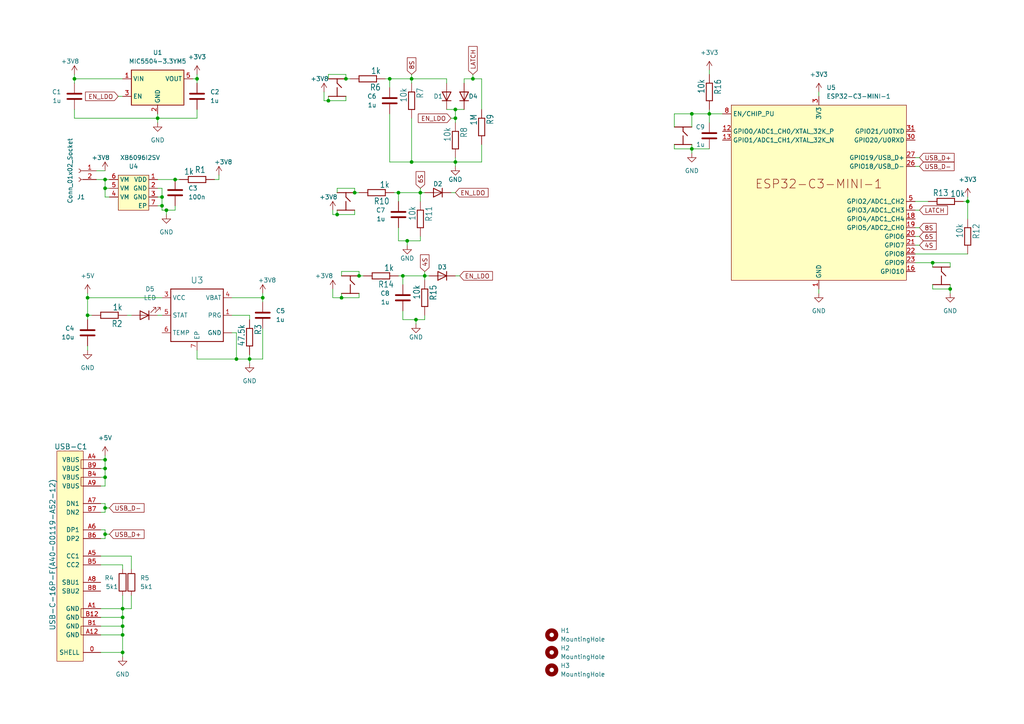
<source format=kicad_sch>
(kicad_sch (version 20230121) (generator eeschema)
  (paper "A4")
  (title_block (title "Rapid Remote") (date "2023-07-04") (rev "C") (company "Thomas Whyte-Venables") (comment 1 "Rev. C: Changed components to 0603 and added LIPO") (comment 2 "Rev. B: Changed to SOC") (comment 3 "Rev. A: Initial Commit"))
  (lib_symbols
    (symbol "+5V_2" (power) (pin_names (offset 0))
      (property "Value" "+5V_2" (at 0 3.556 0))
      (symbol "+5V_2_0_1"
        (polyline (pts (xy -0.762 1.27) (xy 0 2.54)))
        (polyline (pts (xy 0 0) (xy 0 2.54)))
        (polyline (pts (xy 0 2.54) (xy 0.762 1.27)))
      )
      (symbol "+5V_2_1_1"
        (pin power_in line (at 0 0 90) (length 0) hide (name "+5V") (number "1"))
      )
    )
    (symbol "BUTTON_4PIN_TS_1177_1"
      (symbol "BUTTON_4PIN_TS_1177_1_1_0"
        (polyline (pts (xy -2.54 0) (xy 0 0)) (stroke (width 0.254)))
        (polyline (pts (xy -2.54 5.08) (xy 0 5.08)) (stroke (width 0.254)))
        (polyline (pts (xy 0 0) (xy 2.54 0)) (stroke (width 0.254)))
        (polyline (pts (xy 0 2.54) (xy 0 0)) (stroke (width 0.254)))
        (polyline (pts (xy 0 3.81) (xy 1.27 2.54)) (stroke (width 0.254)))
        (polyline (pts (xy 0 5.08) (xy 0 3.81)) (stroke (width 0.254)))
        (polyline (pts (xy 0 5.08) (xy 2.54 5.08)) (stroke (width 0.254)))
        (pin bidirectional line (at -2.54 5.08 0) (length 0) (name "1") (number "P1"))
        (pin bidirectional line (at 2.54 5.08 0) (length 0) (name "2") (number "P2"))
        (pin bidirectional line (at -2.54 0 0) (length 0) (name "3") (number "P3"))
        (pin bidirectional line (at 2.54 0 0) (length 0) (name "4") (number "P4"))
      )
    )
    (symbol "BUTTON_4PIN_TS_1177_2"
      (symbol "BUTTON_4PIN_TS_1177_2_1_0"
        (polyline (pts (xy -2.54 0) (xy 0 0)) (stroke (width 0.254)))
        (polyline (pts (xy -2.54 5.08) (xy 0 5.08)) (stroke (width 0.254)))
        (polyline (pts (xy 0 0) (xy 2.54 0)) (stroke (width 0.254)))
        (polyline (pts (xy 0 2.54) (xy 0 0)) (stroke (width 0.254)))
        (polyline (pts (xy 0 3.81) (xy 1.27 2.54)) (stroke (width 0.254)))
        (polyline (pts (xy 0 5.08) (xy 0 3.81)) (stroke (width 0.254)))
        (polyline (pts (xy 0 5.08) (xy 2.54 5.08)) (stroke (width 0.254)))
        (pin bidirectional line (at -2.54 5.08 0) (length 0) (name "1") (number "P1"))
        (pin bidirectional line (at 2.54 5.08 0) (length 0) (name "2") (number "P2"))
        (pin bidirectional line (at -2.54 0 0) (length 0) (name "3") (number "P3"))
        (pin bidirectional line (at 2.54 0 0) (length 0) (name "4") (number "P4"))
      )
    )
    (symbol "Connector:Conn_01x02_Socket" (pin_names (offset 1.016) hide)
      (property "Reference" "J" (at 0 2.54 0))
      (property "Value" "Conn_01x02_Socket" (at 0 -5.08 0))
      (symbol "Conn_01x02_Socket_1_1"
        (arc (start 0 -2.032) (mid -0.5058 -2.54) (end 0 -3.048) (stroke (width 0.1524)))
        (polyline (pts (xy -1.27 -2.54) (xy -0.508 -2.54)) (stroke (width 0.1524)))
        (polyline (pts (xy -1.27 0) (xy -0.508 0)) (stroke (width 0.1524)))
        (arc (start 0 0.508) (mid -0.5058 0) (end 0 -0.508) (stroke (width 0.1524)))
        (pin passive line (at -5.08 0 0) (length 3.81) (name "Pin_1") (number "1"))
        (pin passive line (at -5.08 -2.54 0) (length 3.81) (name "Pin_2") (number "2"))
      )
    )
    (symbol "Device:C" (pin_numbers hide) (pin_names (offset 0.254))
      (property "Reference" "C" (at 0.635 2.54 0))
      (property "Value" "C" (at 0.635 -2.54 0))
      (symbol "C_0_1"
        (polyline (pts (xy -2.032 -0.762) (xy 2.032 -0.762)) (stroke (width 0.508)))
        (polyline (pts (xy -2.032 0.762) (xy 2.032 0.762)) (stroke (width 0.508)))
      )
      (symbol "C_1_1"
        (pin passive line (at 0 3.81 270) (length 2.794) (name "~") (number "1"))
        (pin passive line (at 0 -3.81 90) (length 2.794) (name "~") (number "2"))
      )
    )
    (symbol "Device:LED" (pin_numbers hide) (pin_names (offset 1.016) hide)
      (property "Reference" "D" (at 0 2.54 0))
      (property "Value" "LED" (at 0 -2.54 0))
      (symbol "LED_0_1"
        (polyline (pts (xy -1.27 -1.27) (xy -1.27 1.27)) (stroke (width 0.254)))
        (polyline (pts (xy -1.27 0) (xy 1.27 0)))
        (polyline (pts (xy 1.27 -1.27) (xy 1.27 1.27) (xy -1.27 0) (xy 1.27 -1.27)) (stroke (width 0.254)))
        (polyline (pts (xy -3.048 -0.762) (xy -4.572 -2.286) (xy -3.81 -2.286) (xy -4.572 -2.286) (xy -4.572 -1.524)))
        (polyline (pts (xy -1.778 -0.762) (xy -3.302 -2.286) (xy -2.54 -2.286) (xy -3.302 -2.286) (xy -3.302 -1.524)))
      )
      (symbol "LED_1_1"
        (pin passive line (at -3.81 0 0) (length 2.54) (name "K") (number "1"))
        (pin passive line (at 3.81 0 180) (length 2.54) (name "A") (number "2"))
      )
    )
    (symbol "Device:R" (pin_numbers hide) (pin_names (offset 0))
      (property "Reference" "R" (at 2.032 0 90))
      (property "Value" "R" (at 0 0 90))
      (symbol "R_0_1"
        (rectangle (start -1.016 -2.54) (end 1.016 2.54) (stroke (width 0.254)))
      )
      (symbol "R_1_1"
        (pin passive line (at 0 3.81 270) (length 1.27) (name "~") (number "1"))
        (pin passive line (at 0 -3.81 90) (length 1.27) (name "~") (number "2"))
      )
    )
    (symbol "Diode:1N4148WT" (pin_numbers hide) (pin_names hide)
      (property "Reference" "D" (at 0 2.54 0))
      (property "Value" "1N4148WT" (at 0 -2.54 0))
      (symbol "1N4148WT_0_1"
        (polyline (pts (xy -1.27 1.27) (xy -1.27 -1.27)) (stroke (width 0.254)))
        (polyline (pts (xy 1.27 0) (xy -1.27 0)))
        (polyline (pts (xy 1.27 1.27) (xy 1.27 -1.27) (xy -1.27 0) (xy 1.27 1.27)) (stroke (width 0.254)))
      )
      (symbol "1N4148WT_1_1"
        (pin passive line (at -3.81 0 0) (length 2.54) (name "K") (number "1"))
        (pin passive line (at 3.81 0 180) (length 2.54) (name "A") (number "2"))
      )
    )
    (symbol "GND_2" (power) (pin_names (offset 0))
      (property "Value" "GND_2" (at 0 -3.81 0))
      (symbol "GND_2_0_1"
        (polyline (pts (xy 0 0) (xy 0 -1.27) (xy 1.27 -1.27) (xy 0 -2.54) (xy -1.27 -1.27) (xy 0 -1.27)))
      )
      (symbol "GND_2_1_1"
        (pin power_in line (at 0 0 270) (length 0) hide (name "GND") (number "1"))
      )
    )
    (symbol "GND_3" (power) (pin_names (offset 0))
      (property "Value" "GND_3" (at 0 -3.81 0))
      (symbol "GND_3_0_1"
        (polyline (pts (xy 0 0) (xy 0 -1.27) (xy 1.27 -1.27) (xy 0 -2.54) (xy -1.27 -1.27) (xy 0 -1.27)))
      )
      (symbol "GND_3_1_1"
        (pin power_in line (at 0 0 270) (length 0) hide (name "GND") (number "1"))
      )
    )
    (symbol "Mechanical:MountingHole" (pin_names (offset 1.016))
      (property "Reference" "H" (at 0 5.08 0))
      (property "Value" "MountingHole" (at 0 3.175 0))
      (symbol "MountingHole_0_1"
        (circle (center 0 0) (radius 1.27) (stroke (width 1.27)))
      )
    )
    (symbol "PCM_Espressif:ESP32-C3-MINI-1"
      (property "Reference" "U" (at -25.4 30.48 0))
      (property "Value" "ESP32-C3-MINI-1" (at -25.4 27.94 0))
      (symbol "ESP32-C3-MINI-1_0_0"
        (text "ESP32-C3-MINI-1" (at 0 2.54 0) (effects (font (size 2.54 2.54))))
      )
      (symbol "ESP32-C3-MINI-1_0_1"
        (rectangle (start -25.4 25.4) (end 25.4 -25.4) (fill (type background)))
      )
      (symbol "ESP32-C3-MINI-1_1_1"
        (pin power_in line (at 0 -27.94 90) (length 2.54) (name "GND") (number "1"))
        (pin no_connect line (at -25.4 2.54 0) (length 2.54) hide (name "NC") (number "10"))
        (pin passive line (at 0 -27.94 90) (length 2.54) hide (name "GND") (number "11"))
        (pin bidirectional line (at -27.94 17.78 0) (length 2.54) (name "GPIO0/ADC1_CH0/XTAL_32K_P") (number "12"))
        (pin bidirectional line (at -27.94 15.24 0) (length 2.54) (name "GPIO1/ADC1_CH1/XTAL_32K_N") (number "13"))
        (pin passive line (at 0 -27.94 90) (length 2.54) hide (name "GND") (number "14"))
        (pin no_connect line (at -25.4 0 0) (length 2.54) hide (name "NC") (number "15"))
        (pin bidirectional line (at 27.94 -22.86 180) (length 2.54) (name "GPIO10") (number "16"))
        (pin no_connect line (at -25.4 -2.54 0) (length 2.54) hide (name "NC") (number "17"))
        (pin bidirectional line (at 27.94 -7.62 180) (length 2.54) (name "GPIO4/ADC1_CH4") (number "18"))
        (pin bidirectional line (at 27.94 -10.16 180) (length 2.54) (name "GPIO5/ADC2_CH0") (number "19"))
        (pin passive line (at 0 -27.94 90) (length 2.54) hide (name "GND") (number "2"))
        (pin bidirectional line (at 27.94 -12.7 180) (length 2.54) (name "GPIO6") (number "20"))
        (pin bidirectional line (at 27.94 -15.24 180) (length 2.54) (name "GPIO7") (number "21"))
        (pin bidirectional line (at 27.94 -17.78 180) (length 2.54) (name "GPIO8") (number "22"))
        (pin bidirectional line (at 27.94 -20.32 180) (length 2.54) (name "GPIO9") (number "23"))
        (pin no_connect line (at -25.4 -5.08 0) (length 2.54) hide (name "NC") (number "24"))
        (pin no_connect line (at -25.4 -7.62 0) (length 2.54) hide (name "NC") (number "25"))
        (pin bidirectional line (at 27.94 7.62 180) (length 2.54) (name "GPIO18/USB_D-") (number "26"))
        (pin bidirectional line (at 27.94 10.16 180) (length 2.54) (name "GPIO19/USB_D+") (number "27"))
        (pin no_connect line (at -25.4 -10.16 0) (length 2.54) hide (name "NC") (number "28"))
        (pin no_connect line (at -25.4 -12.7 0) (length 2.54) hide (name "NC") (number "29"))
        (pin power_in line (at 0 27.94 270) (length 2.54) (name "3V3") (number "3"))
        (pin bidirectional line (at 27.94 15.24 180) (length 2.54) (name "GPIO20/U0RXD") (number "30"))
        (pin bidirectional line (at 27.94 17.78 180) (length 2.54) (name "GPIO21/U0TXD") (number "31"))
        (pin no_connect line (at -25.4 -15.24 0) (length 2.54) hide (name "NC") (number "32"))
        (pin no_connect line (at -25.4 -17.78 0) (length 2.54) hide (name "NC") (number "33"))
        (pin no_connect line (at -25.4 -20.32 0) (length 2.54) hide (name "NC") (number "34"))
        (pin no_connect line (at -25.4 -22.86 0) (length 2.54) hide (name "NC") (number "35"))
        (pin passive line (at 0 -27.94 90) (length 2.54) hide (name "GND") (number "36"))
        (pin passive line (at 0 -27.94 90) (length 2.54) hide (name "GND") (number "37"))
        (pin passive line (at 0 -27.94 90) (length 2.54) hide (name "GND") (number "38"))
        (pin passive line (at 0 -27.94 90) (length 2.54) hide (name "GND") (number "39"))
        (pin no_connect line (at -25.4 10.16 0) (length 2.54) hide (name "NC") (number "4"))
        (pin passive line (at 0 -27.94 90) (length 2.54) hide (name "GND") (number "40"))
        (pin passive line (at 0 -27.94 90) (length 2.54) hide (name "GND") (number "41"))
        (pin passive line (at 0 -27.94 90) (length 2.54) hide (name "GND") (number "42"))
        (pin passive line (at 0 -27.94 90) (length 2.54) hide (name "GND") (number "43"))
        (pin passive line (at 0 -27.94 90) (length 2.54) hide (name "GND") (number "44"))
        (pin passive line (at 0 -27.94 90) (length 2.54) hide (name "GND") (number "45"))
        (pin passive line (at 0 -27.94 90) (length 2.54) hide (name "GND") (number "46"))
        (pin passive line (at 0 -27.94 90) (length 2.54) hide (name "GND") (number "47"))
        (pin passive line (at 0 -27.94 90) (length 2.54) hide (name "GND") (number "48"))
        (pin passive line (at 0 -27.94 90) (length 2.54) hide (name "GND") (number "49"))
        (pin bidirectional line (at 27.94 -2.54 180) (length 2.54) (name "GPIO2/ADC1_CH2") (number "5"))
        (pin passive line (at 0 -27.94 90) (length 2.54) hide (name "GND") (number "50"))
        (pin passive line (at 0 -27.94 90) (length 2.54) hide (name "GND") (number "51"))
        (pin passive line (at 0 -27.94 90) (length 2.54) hide (name "GND") (number "52"))
        (pin passive line (at 0 -27.94 90) (length 2.54) hide (name "GND") (number "53"))
        (pin bidirectional line (at 27.94 -5.08 180) (length 2.54) (name "GPIO3/ADC1_CH3") (number "6"))
        (pin no_connect line (at -25.4 7.62 0) (length 2.54) hide (name "NC") (number "7"))
        (pin input line (at -27.94 22.86 0) (length 2.54) (name "EN/CHIP_PU") (number "8"))
        (pin no_connect line (at -25.4 5.08 0) (length 2.54) hide (name "NC") (number "9"))
      )
    )
    (symbol "Regulator_Linear:MIC5504-3.3YM5"
      (property "Reference" "U" (at -7.62 8.89 0))
      (property "Value" "MIC5504-3.3YM5" (at -7.62 6.35 0))
      (symbol "MIC5504-3.3YM5_0_1"
        (rectangle (start -7.62 -5.08) (end 7.62 5.08) (stroke (width 0.254)) (fill (type background)))
      )
      (symbol "MIC5504-3.3YM5_1_1"
        (pin power_in line (at -10.16 2.54 0) (length 2.54) (name "VIN") (number "1"))
        (pin power_in line (at 0 -7.62 90) (length 2.54) (name "GND") (number "2"))
        (pin input line (at -10.16 -2.54 0) (length 2.54) (name "EN") (number "3"))
        (pin no_connect line (at 7.62 -2.54 180) (length 2.54) hide (name "NC") (number "4"))
        (pin power_out line (at 10.16 2.54 180) (length 2.54) (name "VOUT") (number "5"))
      )
    )
    (symbol "personal2:BUTTON_4PIN_TS_1177"
      (symbol "BUTTON_4PIN_TS_1177_1_0"
        (polyline (pts (xy -2.54 0) (xy 0 0)) (stroke (width 0.254)))
        (polyline (pts (xy -2.54 5.08) (xy 0 5.08)) (stroke (width 0.254)))
        (polyline (pts (xy 0 0) (xy 2.54 0)) (stroke (width 0.254)))
        (polyline (pts (xy 0 2.54) (xy 0 0)) (stroke (width 0.254)))
        (polyline (pts (xy 0 3.81) (xy 1.27 2.54)) (stroke (width 0.254)))
        (polyline (pts (xy 0 5.08) (xy 0 3.81)) (stroke (width 0.254)))
        (polyline (pts (xy 0 5.08) (xy 2.54 5.08)) (stroke (width 0.254)))
        (pin bidirectional line (at -2.54 5.08 0) (length 0) (name "1") (number "P1"))
        (pin bidirectional line (at 2.54 5.08 0) (length 0) (name "2") (number "P2"))
        (pin bidirectional line (at -2.54 0 0) (length 0) (name "3") (number "P3"))
        (pin bidirectional line (at 2.54 0 0) (length 0) (name "4") (number "P4"))
      )
    )
    (symbol "personal2:USB2.0_TYPE-C(A40-00119-A52-12)" (pin_names (offset 1.016))
      (property "Reference" "USB-C1" (at -5.08 33.02 0))
      (property "Value" "USB-C-16P-F(A40-00119-A52-12)" (at 7.62 -22.86 90))
      (symbol "USB2.0_TYPE-C(A40-00119-A52-12)_0_1"
        (rectangle (start -2.54 30.48) (end 5.08 -30.48) (fill (type background)))
        (polyline (pts (xy -2.54 -20.32) (xy -1.905 -20.32) (xy -1.905 -22.86) (xy -2.54 -22.86)))
        (polyline (pts (xy -2.54 -15.24) (xy -1.905 -15.24) (xy -1.905 -17.78) (xy -2.54 -17.78)))
        (polyline (pts (xy -2.54 22.86) (xy -1.905 22.86) (xy -1.905 20.32) (xy -2.54 20.32)))
        (polyline (pts (xy -2.54 27.94) (xy -1.905 27.94) (xy -1.905 25.4) (xy -2.54 25.4)))
      )
      (symbol "USB2.0_TYPE-C(A40-00119-A52-12)_1_1"
        (pin passive line (at -7.62 -27.94 0) (length 5.08) (name "SHELL") (number "0"))
        (pin power_in line (at -7.62 -15.24 0) (length 5.08) (name "GND") (number "A1"))
        (pin power_in line (at -7.62 -22.86 0) (length 5.08) (name "GND") (number "A12"))
        (pin power_in line (at -7.62 27.94 0) (length 5.08) (name "VBUS") (number "A4"))
        (pin input line (at -7.62 0 0) (length 5.08) (name "CC1") (number "A5"))
        (pin bidirectional line (at -7.62 7.62 0) (length 5.08) (name "DP1") (number "A6"))
        (pin bidirectional line (at -7.62 15.24 0) (length 5.08) (name "DN1") (number "A7"))
        (pin bidirectional line (at -7.62 -7.62 0) (length 5.08) (name "SBU1") (number "A8"))
        (pin power_in line (at -7.62 20.32 0) (length 5.08) (name "VBUS") (number "A9"))
        (pin power_in line (at -7.62 -20.32 0) (length 5.08) (name "GND") (number "B1"))
        (pin power_in line (at -7.62 -17.78 0) (length 5.08) (name "GND") (number "B12"))
        (pin power_in line (at -7.62 22.86 0) (length 5.08) (name "VBUS") (number "B4"))
        (pin input line (at -7.62 -2.54 0) (length 5.08) (name "CC2") (number "B5"))
        (pin bidirectional line (at -7.62 5.08 0) (length 5.08) (name "DP2") (number "B6"))
        (pin bidirectional line (at -7.62 12.7 0) (length 5.08) (name "DN2") (number "B7"))
        (pin bidirectional line (at -7.62 -10.16 0) (length 5.08) (name "SBU2") (number "B8"))
        (pin power_in line (at -7.62 25.4 0) (length 5.08) (name "VBUS") (number "B9"))
      )
    )
    (symbol "personal2:XB6096I2SV_"
      (property "Reference" "U" (at -3.81 5.08 0))
      (symbol "XB6096I2SV__1_1"
        (rectangle (start -5.08 2.54) (end 3.81 -7.62) (fill (type background)))
        (pin input line (at -7.62 1.27 0) (length 2.54) (name "VDD") (number "1"))
        (pin input line (at -7.62 -1.27 0) (length 2.54) (name "GND") (number "2"))
        (pin input line (at -7.62 -3.81 0) (length 2.54) (name "GND") (number "3"))
        (pin input line (at 6.35 -3.81 180) (length 2.54) (name "VM") (number "4"))
        (pin input line (at 6.35 -1.27 180) (length 2.54) (name "VM") (number "5"))
        (pin input line (at 6.35 1.27 180) (length 2.54) (name "VM") (number "6"))
        (pin input line (at -7.62 -6.35 0) (length 2.54) (name "EP") (number "7"))
      )
    )
    (symbol "picoclick_c3_v1.1-eagle-import:moekoe_ics_WS4518D"
      (property "Reference" "U3" (at 0 10.16 0))
      (symbol "moekoe_ics_WS4518D_1_0"
        (polyline (pts (xy -7.62 -7.62) (xy -7.62 7.62)) (stroke (width 0.254)))
        (polyline (pts (xy -7.62 7.62) (xy 7.62 7.62)) (stroke (width 0.254)) (fill (type background)))
        (polyline (pts (xy 7.62 -7.62) (xy -7.62 -7.62)) (stroke (width 0.254)))
        (polyline (pts (xy 7.62 7.62) (xy 7.62 -7.62)) (stroke (width 0.254)))
        (pin bidirectional line (at 10.16 0 180) (length 2.54) (name "PRG") (number "1"))
        (pin bidirectional line (at 10.16 -5.08 180) (length 2.54) (name "GND") (number "2"))
        (pin bidirectional line (at -10.16 5.08 0) (length 2.54) (name "VCC") (number "3"))
        (pin bidirectional line (at 10.16 5.08 180) (length 2.54) (name "VBAT") (number "4"))
        (pin bidirectional line (at -10.16 0 0) (length 2.54) (name "STAT") (number "5"))
        (pin bidirectional line (at -10.16 -5.08 0) (length 2.54) (name "TEMP") (number "6"))
        (pin bidirectional line (at 10.16 -5.08 180) (length 2.54) (name "GND") (number "EXP"))
      )
      (symbol "moekoe_ics_WS4518D_1_1"
        (pin input line (at 0 -10.16 90) (length 2.54) (name "EP") (number "7"))
      )
    )
    (symbol "picoclick_c3_v1.1-eagle-import:moekoe_rcl_R0402"
      (property "Reference" "R" (at -3.81 1.4986 0))
      (symbol "moekoe_rcl_R0402_1_0"
        (polyline (pts (xy -2.54 -0.889) (xy -2.54 0.889)) (stroke (width 0.254)))
        (polyline (pts (xy -2.54 -0.889) (xy 2.54 -0.889)) (stroke (width 0.254)))
        (polyline (pts (xy 2.54 -0.889) (xy 2.54 0.889)) (stroke (width 0.254)))
        (polyline (pts (xy 2.54 0.889) (xy -2.54 0.889)) (stroke (width 0.254)))
        (pin passive line (at -5.08 0 0) (length 2.54) (name "1") (number "1"))
        (pin passive line (at 5.08 0 180) (length 2.54) (name "2") (number "2"))
      )
    )
    (symbol "power:+3V3" (power) (pin_names (offset 0))
      (property "Value" "+3V3" (at 0 3.556 0))
      (symbol "+3V3_0_1"
        (polyline (pts (xy -0.762 1.27) (xy 0 2.54)))
        (polyline (pts (xy 0 0) (xy 0 2.54)))
        (polyline (pts (xy 0 2.54) (xy 0.762 1.27)))
      )
      (symbol "+3V3_1_1"
        (pin power_in line (at 0 0 90) (length 0) hide (name "+3V3") (number "1"))
      )
    )
    (symbol "power:+3V8" (power) (pin_names (offset 0))
      (property "Value" "+3V8" (at 0 3.556 0))
      (symbol "+3V8_0_1"
        (polyline (pts (xy -0.762 1.27) (xy 0 2.54)))
        (polyline (pts (xy 0 0) (xy 0 2.54)))
        (polyline (pts (xy 0 2.54) (xy 0.762 1.27)))
      )
      (symbol "+3V8_1_1"
        (pin power_in line (at 0 0 90) (length 0) hide (name "+3V8") (number "1"))
      )
    )
    (symbol "power:GND" (power) (pin_names (offset 0))
      (property "Value" "GND" (at 0 -3.81 0))
      (symbol "GND_0_1"
        (polyline (pts (xy 0 0) (xy 0 -1.27) (xy 1.27 -1.27) (xy 0 -2.54) (xy -1.27 -1.27) (xy 0 -1.27)))
      )
      (symbol "GND_1_1"
        (pin power_in line (at 0 0 270) (length 0) hide (name "GND") (number "1"))
      )
    )
  )
  (junction (at 46.99 59.69))
  (junction (at 118.11 69.85))
  (junction (at 50.8 52.07))
  (junction (at 121.92 55.88))
  (junction (at 25.4 91.44))
  (junction (at 200.66 33.02))
  (junction (at 115.57 55.88))
  (junction (at 35.56 179.07))
  (junction (at 113.03 22.86))
  (junction (at 48.26 60.96))
  (junction (at 21.59 22.86))
  (junction (at 132.08 46.99))
  (junction (at 35.56 184.15))
  (junction (at 72.39 104.14))
  (junction (at 132.08 31.75))
  (junction (at 132.08 34.29))
  (junction (at 100.33 22.86))
  (junction (at 30.48 133.35))
  (junction (at 116.84 80.01))
  (junction (at 119.38 46.99))
  (junction (at 35.56 176.53))
  (junction (at 68.58 104.14))
  (junction (at 46.99 57.15))
  (junction (at 119.38 22.86))
  (junction (at 120.65 92.71))
  (junction (at 123.19 80.01))
  (junction (at 99.06 86.36))
  (junction (at 25.4 86.36))
  (junction (at 102.87 55.88))
  (junction (at 97.79 62.23))
  (junction (at 205.74 33.02))
  (junction (at 45.72 34.29))
  (junction (at 275.59 83.82))
  (junction (at 35.56 181.61))
  (junction (at 270.51 76.2))
  (junction (at 76.2 86.36))
  (junction (at 137.16 22.86))
  (junction (at 30.48 52.07))
  (junction (at 30.48 54.61))
  (junction (at 95.25 29.21))
  (junction (at 280.67 58.42))
  (junction (at 57.15 22.86))
  (junction (at 200.66 43.18))
  (junction (at 30.48 154.94))
  (junction (at 35.56 189.23))
  (junction (at 30.48 147.32))
  (junction (at 104.14 80.01))
  (junction (at 30.48 135.89))
  (junction (at 30.48 138.43))
  (wire (pts (xy 113.03 33.02) (xy 113.03 46.99)) (stroke (width 0.1524)))
  (wire (pts (xy 46.99 60.96) (xy 48.26 60.96)))
  (wire (pts (xy 30.48 135.89) (xy 30.48 138.43)))
  (wire (pts (xy 46.99 91.44) (xy 45.72 91.44)) (stroke (width 0.1524)))
  (wire (pts (xy 67.31 86.36) (xy 76.2 86.36)) (stroke (width 0.1524)))
  (wire (pts (xy 97.79 55.88) (xy 97.79 54.61)))
  (wire (pts (xy 72.39 104.14) (xy 72.39 105.41)) (stroke (width 0.1524)))
  (wire (pts (xy 21.59 34.29) (xy 45.72 34.29)))
  (wire (pts (xy 96.52 62.23) (xy 97.79 62.23)) (stroke (width 0.1524)))
  (wire (pts (xy 57.15 34.29) (xy 45.72 34.29)))
  (wire (pts (xy 26.67 91.44) (xy 25.4 91.44)) (stroke (width 0.1524)))
  (wire (pts (xy 132.08 46.99) (xy 132.08 48.26)) (stroke (width 0.1524)))
  (wire (pts (xy 30.48 154.94) (xy 30.48 156.21)))
  (wire (pts (xy 275.59 83.82) (xy 275.59 85.09)))
  (wire (pts (xy 116.84 82.55) (xy 116.84 80.01)) (stroke (width 0.1524)))
  (wire (pts (xy 30.48 57.15) (xy 30.48 54.61)))
  (wire (pts (xy 25.4 100.33) (xy 25.4 101.6)) (stroke (width 0.1524)))
  (wire (pts (xy 116.84 80.01) (xy 123.19 80.01)) (stroke (width 0.1524)))
  (wire (pts (xy 265.43 76.2) (xy 270.51 76.2)))
  (wire (pts (xy 113.03 22.86) (xy 119.38 22.86)) (stroke (width 0.1524)))
  (wire (pts (xy 63.5 52.07) (xy 63.5 50.8)))
  (wire (pts (xy 100.33 22.86) (xy 101.6 22.86)))
  (wire (pts (xy 115.57 80.01) (xy 116.84 80.01)))
  (wire (pts (xy 30.48 147.32) (xy 30.48 148.59)))
  (wire (pts (xy 93.98 29.21) (xy 95.25 29.21)) (stroke (width 0.1524)))
  (wire (pts (xy 119.38 22.86) (xy 119.38 24.13)) (stroke (width 0.1524)))
  (wire (pts (xy 120.65 92.71) (xy 123.19 92.71)) (stroke (width 0.1524)))
  (wire (pts (xy 115.57 66.04) (xy 115.57 69.85)) (stroke (width 0.1524)))
  (wire (pts (xy 95.25 21.59) (xy 100.33 21.59)))
  (wire (pts (xy 102.87 62.23) (xy 102.87 60.96)) (stroke (width 0.1524)))
  (wire (pts (xy 132.08 80.01) (xy 133.35 80.01)) (stroke (width 0.1524)))
  (wire (pts (xy 120.65 92.71) (xy 120.65 93.98)) (stroke (width 0.1524)))
  (wire (pts (xy 280.67 73.66) (xy 265.43 73.66)))
  (wire (pts (xy 118.11 69.85) (xy 121.92 69.85)) (stroke (width 0.1524)))
  (wire (pts (xy 29.21 156.21) (xy 30.48 156.21)))
  (wire (pts (xy 95.25 29.21) (xy 95.25 27.94)) (stroke (width 0.1524)))
  (wire (pts (xy 119.38 22.86) (xy 129.54 22.86)) (stroke (width 0.1524)))
  (wire (pts (xy 200.66 41.91) (xy 200.66 43.18)))
  (wire (pts (xy 29.21 135.89) (xy 30.48 135.89)))
  (wire (pts (xy 27.94 49.53) (xy 30.48 49.53)))
  (wire (pts (xy 72.39 91.44) (xy 72.39 92.71)) (stroke (width 0.1524)))
  (wire (pts (xy 132.08 31.75) (xy 132.08 34.29)))
  (wire (pts (xy 280.67 57.15) (xy 280.67 58.42)))
  (wire (pts (xy 99.06 86.36) (xy 99.06 85.09)) (stroke (width 0.1524)))
  (wire (pts (xy 102.87 55.88) (xy 104.14 55.88)))
  (wire (pts (xy 76.2 86.36) (xy 76.2 85.09)) (stroke (width 0.1524)))
  (wire (pts (xy 280.67 58.42) (xy 280.67 63.5)))
  (wire (pts (xy 35.56 189.23) (xy 35.56 184.15)))
  (wire (pts (xy 139.7 22.86) (xy 139.7 31.75)))
  (wire (pts (xy 130.81 55.88) (xy 132.08 55.88)) (stroke (width 0.1524)))
  (wire (pts (xy 76.2 95.25) (xy 76.2 104.14)) (stroke (width 0.1524)))
  (wire (pts (xy 275.59 83.82) (xy 270.51 83.82)))
  (wire (pts (xy 99.06 78.74) (xy 104.14 78.74)))
  (wire (pts (xy 76.2 86.36) (xy 76.2 87.63)) (stroke (width 0.1524)))
  (wire (pts (xy 96.52 86.36) (xy 99.06 86.36)) (stroke (width 0.1524)))
  (wire (pts (xy 275.59 76.2) (xy 275.59 77.47)))
  (wire (pts (xy 29.21 146.05) (xy 30.48 146.05)))
  (wire (pts (xy 29.21 140.97) (xy 30.48 140.97)))
  (wire (pts (xy 115.57 55.88) (xy 121.92 55.88)) (stroke (width 0.1524)))
  (wire (pts (xy 35.56 172.72) (xy 35.56 176.53)))
  (wire (pts (xy 205.74 31.75) (xy 205.74 33.02)))
  (wire (pts (xy 38.1 176.53) (xy 35.56 176.53)))
  (wire (pts (xy 279.4 58.42) (xy 280.67 58.42)))
  (wire (pts (xy 195.58 33.02) (xy 195.58 36.83)))
  (wire (pts (xy 129.54 24.13) (xy 129.54 22.86)) (stroke (width 0.1524)))
  (wire (pts (xy 205.74 33.02) (xy 205.74 35.56)))
  (wire (pts (xy 265.43 45.72) (xy 266.7 45.72)))
  (wire (pts (xy 29.21 153.67) (xy 30.48 153.67)))
  (wire (pts (xy 123.19 80.01) (xy 123.19 81.28)) (stroke (width 0.1524)))
  (wire (pts (xy 57.15 22.86) (xy 57.15 24.13)))
  (wire (pts (xy 265.43 48.26) (xy 266.7 48.26)))
  (wire (pts (xy 30.48 52.07) (xy 30.48 54.61)))
  (wire (pts (xy 67.31 96.52) (xy 68.58 96.52)) (stroke (width 0.1524)))
  (wire (pts (xy 200.66 43.18) (xy 200.66 44.45)))
  (wire (pts (xy 21.59 22.86) (xy 21.59 24.13)))
  (wire (pts (xy 270.51 76.2) (xy 270.51 77.47)))
  (wire (pts (xy 35.56 181.61) (xy 35.56 179.07)))
  (wire (pts (xy 30.48 52.07) (xy 31.75 52.07)))
  (wire (pts (xy 45.72 57.15) (xy 46.99 57.15)))
  (wire (pts (xy 35.56 189.23) (xy 35.56 190.5)))
  (wire (pts (xy 111.76 22.86) (xy 113.03 22.86)))
  (wire (pts (xy 123.19 92.71) (xy 123.19 91.44)) (stroke (width 0.1524)))
  (wire (pts (xy 38.1 91.44) (xy 36.83 91.44)) (stroke (width 0.1524)))
  (wire (pts (xy 104.14 80.01) (xy 105.41 80.01)))
  (wire (pts (xy 96.52 60.96) (xy 96.52 62.23)) (stroke (width 0.1524)))
  (wire (pts (xy 99.06 86.36) (xy 104.14 86.36)) (stroke (width 0.1524)))
  (wire (pts (xy 139.7 46.99) (xy 132.08 46.99)))
  (wire (pts (xy 29.21 181.61) (xy 35.56 181.61)))
  (wire (pts (xy 270.51 76.2) (xy 275.59 76.2)))
  (wire (pts (xy 114.3 55.88) (xy 115.57 55.88)))
  (wire (pts (xy 119.38 21.59) (xy 119.38 22.86)) (stroke (width 0.1524)))
  (wire (pts (xy 55.88 22.86) (xy 57.15 22.86)))
  (wire (pts (xy 100.33 29.21) (xy 100.33 27.94)) (stroke (width 0.1524)))
  (wire (pts (xy 275.59 82.55) (xy 275.59 83.82)))
  (wire (pts (xy 134.62 22.86) (xy 134.62 24.13)) (stroke (width 0.1524)))
  (wire (pts (xy 97.79 62.23) (xy 97.79 60.96)) (stroke (width 0.1524)))
  (wire (pts (xy 35.56 184.15) (xy 35.56 181.61)))
  (wire (pts (xy 48.26 60.96) (xy 50.8 60.96)))
  (wire (pts (xy 200.66 43.18) (xy 195.58 43.18)))
  (wire (pts (xy 139.7 41.91) (xy 139.7 46.99)))
  (wire (pts (xy 99.06 80.01) (xy 99.06 78.74)))
  (wire (pts (xy 29.21 184.15) (xy 35.56 184.15)))
  (wire (pts (xy 118.11 69.85) (xy 118.11 71.12)) (stroke (width 0.1524)))
  (wire (pts (xy 57.15 101.6) (xy 57.15 104.14)))
  (wire (pts (xy 237.49 26.67) (xy 237.49 27.94)))
  (wire (pts (xy 21.59 34.29) (xy 21.59 31.75)))
  (wire (pts (xy 123.19 80.01) (xy 124.46 80.01)))
  (wire (pts (xy 31.75 57.15) (xy 30.48 57.15)))
  (wire (pts (xy 102.87 54.61) (xy 102.87 55.88)))
  (wire (pts (xy 205.74 33.02) (xy 209.55 33.02)))
  (wire (pts (xy 200.66 43.18) (xy 205.74 43.18)))
  (wire (pts (xy 123.19 78.74) (xy 123.19 80.01)) (stroke (width 0.1524)))
  (wire (pts (xy 265.43 66.04) (xy 266.7 66.04)))
  (wire (pts (xy 34.29 27.94) (xy 35.56 27.94)))
  (wire (pts (xy 270.51 83.82) (xy 270.51 82.55)))
  (wire (pts (xy 139.7 22.86) (xy 137.16 22.86)) (stroke (width 0.1524)))
  (wire (pts (xy 25.4 91.44) (xy 25.4 92.71)) (stroke (width 0.1524)))
  (wire (pts (xy 21.59 22.86) (xy 21.59 21.59)))
  (wire (pts (xy 29.21 189.23) (xy 35.56 189.23)))
  (wire (pts (xy 31.75 54.61) (xy 30.48 54.61)))
  (wire (pts (xy 116.84 90.17) (xy 116.84 92.71)) (stroke (width 0.1524)))
  (wire (pts (xy 200.66 33.02) (xy 205.74 33.02)))
  (wire (pts (xy 57.15 31.75) (xy 57.15 34.29)))
  (wire (pts (xy 29.21 133.35) (xy 30.48 133.35)))
  (wire (pts (xy 119.38 34.29) (xy 119.38 46.99)) (stroke (width 0.1524)))
  (wire (pts (xy 30.48 138.43) (xy 29.21 138.43)))
  (wire (pts (xy 35.56 179.07) (xy 35.56 176.53)))
  (wire (pts (xy 38.1 161.29) (xy 38.1 165.1)))
  (wire (pts (xy 25.4 86.36) (xy 46.99 86.36)) (stroke (width 0.1524)))
  (wire (pts (xy 115.57 69.85) (xy 118.11 69.85)) (stroke (width 0.1524)))
  (wire (pts (xy 35.56 165.1) (xy 35.56 163.83)))
  (wire (pts (xy 52.07 52.07) (xy 50.8 52.07)))
  (wire (pts (xy 72.39 104.14) (xy 76.2 104.14)) (stroke (width 0.1524)))
  (wire (pts (xy 93.98 26.67) (xy 93.98 29.21)) (stroke (width 0.1524)))
  (wire (pts (xy 27.94 52.07) (xy 30.48 52.07)))
  (wire (pts (xy 45.72 33.02) (xy 45.72 34.29)))
  (wire (pts (xy 45.72 59.69) (xy 46.99 59.69)))
  (wire (pts (xy 72.39 102.87) (xy 72.39 104.14)) (stroke (width 0.1524)))
  (wire (pts (xy 100.33 21.59) (xy 100.33 22.86)))
  (wire (pts (xy 46.99 59.69) (xy 46.99 60.96)))
  (wire (pts (xy 137.16 22.86) (xy 134.62 22.86)) (stroke (width 0.1524)))
  (wire (pts (xy 30.48 133.35) (xy 30.48 135.89)))
  (wire (pts (xy 121.92 54.61) (xy 121.92 55.88)) (stroke (width 0.1524)))
  (wire (pts (xy 265.43 60.96) (xy 266.7 60.96)))
  (wire (pts (xy 29.21 179.07) (xy 35.56 179.07)))
  (wire (pts (xy 195.58 33.02) (xy 200.66 33.02)))
  (wire (pts (xy 46.99 59.69) (xy 46.99 57.15)))
  (wire (pts (xy 95.25 29.21) (xy 100.33 29.21)) (stroke (width 0.1524)))
  (wire (pts (xy 67.31 91.44) (xy 72.39 91.44)) (stroke (width 0.1524)))
  (wire (pts (xy 63.5 52.07) (xy 62.23 52.07)))
  (wire (pts (xy 97.79 54.61) (xy 102.87 54.61)))
  (wire (pts (xy 265.43 58.42) (xy 269.24 58.42)))
  (wire (pts (xy 265.43 68.58) (xy 266.7 68.58)))
  (wire (pts (xy 29.21 161.29) (xy 38.1 161.29)))
  (wire (pts (xy 25.4 86.36) (xy 25.4 91.44)) (stroke (width 0.1524)))
  (wire (pts (xy 132.08 34.29) (xy 130.81 34.29)) (stroke (width 0.1524)))
  (wire (pts (xy 30.48 147.32) (xy 31.75 147.32)))
  (wire (pts (xy 95.25 22.86) (xy 95.25 21.59)))
  (wire (pts (xy 119.38 46.99) (xy 132.08 46.99)) (stroke (width 0.1524)))
  (wire (pts (xy 29.21 148.59) (xy 30.48 148.59)))
  (wire (pts (xy 134.62 31.75) (xy 132.08 31.75)))
  (wire (pts (xy 48.26 60.96) (xy 48.26 62.23)))
  (wire (pts (xy 46.99 54.61) (xy 46.99 57.15)))
  (wire (pts (xy 57.15 104.14) (xy 68.58 104.14)))
  (wire (pts (xy 205.74 20.32) (xy 205.74 21.59)))
  (wire (pts (xy 121.92 55.88) (xy 123.19 55.88)) (stroke (width 0.1524)))
  (wire (pts (xy 115.57 58.42) (xy 115.57 55.88)) (stroke (width 0.1524)))
  (wire (pts (xy 45.72 52.07) (xy 50.8 52.07)))
  (wire (pts (xy 45.72 35.56) (xy 45.72 34.29)))
  (wire (pts (xy 96.52 83.82) (xy 96.52 86.36)) (stroke (width 0.1524)))
  (wire (pts (xy 137.16 21.59) (xy 137.16 22.86)))
  (wire (pts (xy 116.84 92.71) (xy 120.65 92.71)) (stroke (width 0.1524)))
  (wire (pts (xy 97.79 62.23) (xy 102.87 62.23)) (stroke (width 0.1524)))
  (wire (pts (xy 113.03 46.99) (xy 119.38 46.99)) (stroke (width 0.1524)))
  (wire (pts (xy 113.03 25.4) (xy 113.03 22.86)) (stroke (width 0.1524)))
  (wire (pts (xy 265.43 71.12) (xy 266.7 71.12)))
  (wire (pts (xy 132.08 34.29) (xy 132.08 35.56)) (stroke (width 0.1524)))
  (wire (pts (xy 30.48 132.08) (xy 30.48 133.35)))
  (wire (pts (xy 45.72 54.61) (xy 46.99 54.61)))
  (wire (pts (xy 104.14 78.74) (xy 104.14 80.01)))
  (wire (pts (xy 195.58 43.18) (xy 195.58 41.91)))
  (wire (pts (xy 68.58 96.52) (xy 68.58 104.14)) (stroke (width 0.1524)))
  (wire (pts (xy 200.66 33.02) (xy 200.66 36.83)))
  (wire (pts (xy 25.4 85.09) (xy 25.4 86.36)) (stroke (width 0.1524)))
  (wire (pts (xy 35.56 176.53) (xy 29.21 176.53)))
  (wire (pts (xy 30.48 153.67) (xy 30.48 154.94)))
  (wire (pts (xy 68.58 104.14) (xy 72.39 104.14)) (stroke (width 0.1524)))
  (wire (pts (xy 30.48 146.05) (xy 30.48 147.32)))
  (wire (pts (xy 30.48 140.97) (xy 30.48 138.43)))
  (wire (pts (xy 35.56 163.83) (xy 29.21 163.83)))
  (wire (pts (xy 121.92 55.88) (xy 121.92 58.42)) (stroke (width 0.1524)))
  (wire (pts (xy 38.1 172.72) (xy 38.1 176.53)))
  (wire (pts (xy 30.48 154.94) (xy 31.75 154.94)))
  (wire (pts (xy 129.54 31.75) (xy 132.08 31.75)))
  (wire (pts (xy 104.14 86.36) (xy 104.14 85.09)) (stroke (width 0.1524)))
  (wire (pts (xy 132.08 45.72) (xy 132.08 46.99)))
  (wire (pts (xy 57.15 22.86) (xy 57.15 21.59)))
  (wire (pts (xy 21.59 22.86) (xy 35.56 22.86)))
  (wire (pts (xy 50.8 59.69) (xy 50.8 60.96)))
  (wire (pts (xy 121.92 68.58) (xy 121.92 69.85)) (stroke (width 0.1524)))
  (wire (pts (xy 237.49 83.82) (xy 237.49 85.09)))
  (global_label "USB_D+" (shape input) (at 31.75 154.94 0) (property "Intersheetrefs" "${INTERSHEET_REFS}" (effects hide)))
  (global_label "USB_D+" (shape input) (at 266.7 45.72 0) (property "Intersheetrefs" "${INTERSHEET_REFS}" (effects hide)))
  (global_label "4S" (shape input) (at 123.19 78.74 90) (property "Intersheetrefs" "${INTERSHEET_REFS}" (effects hide)))
  (global_label "LATCH" (shape input) (at 266.7 60.96 0) (property "Intersheetrefs" "${INTERSHEET_REFS}" (effects hide)))
  (global_label "EN_LDO" (shape input) (at 133.35 80.01 0) (property "Intersheetrefs" "${INTERSHEET_REFS}" (effects hide)))
  (global_label "4S" (shape input) (at 266.7 71.12 0) (property "Intersheetrefs" "${INTERSHEET_REFS}" (effects hide)))
  (global_label "EN_LDO" (shape input) (at 132.08 55.88 0) (property "Intersheetrefs" "${INTERSHEET_REFS}" (effects hide)))
  (global_label "EN_LDO" (shape input) (at 130.81 34.29 180) (property "Intersheetrefs" "${INTERSHEET_REFS}" (effects hide)))
  (global_label "6S" (shape input) (at 121.92 54.61 90) (property "Intersheetrefs" "${INTERSHEET_REFS}" (effects hide)))
  (global_label "USB_D-" (shape input) (at 31.75 147.32 0) (property "Intersheetrefs" "${INTERSHEET_REFS}" (effects hide)))
  (global_label "USB_D-" (shape input) (at 266.7 48.26 0) (property "Intersheetrefs" "${INTERSHEET_REFS}" (effects hide)))
  (global_label "6S" (shape input) (at 266.7 68.58 0) (property "Intersheetrefs" "${INTERSHEET_REFS}" (effects hide)))
  (global_label "LATCH" (shape input) (at 137.16 21.59 90) (property "Intersheetrefs" "${INTERSHEET_REFS}" (effects hide)))
  (global_label "8S" (shape input) (at 119.38 21.59 90) (property "Intersheetrefs" "${INTERSHEET_REFS}" (effects hide)))
  (global_label "8S" (shape input) (at 266.7 66.04 0) (property "Intersheetrefs" "${INTERSHEET_REFS}" (effects hide)))
  (global_label "EN_LDO" (shape input) (at 34.29 27.94 180) (property "Intersheetrefs" "${INTERSHEET_REFS}" (effects hide)))
  (symbol (lib_id "power:+3V8") (at 96.52 83.82 0) (unit 1)
    (property "Reference" "#PWR09" (effects hide))
    (property "Value" "+3V8" (at 93.98 80.01 0))
  )
  (symbol (lib_id "Device:R") (at 38.1 168.91 0) (mirror y) (unit 1)
    (property "Reference" "R5" (at 40.64 167.64 0) (effects (justify right)))
    (property "Value" "5k1" (at 40.64 170.18 0) (effects (justify right)))
    (property "Footprint" "Resistor_SMD:R_0603_1608Metric" (effects hide))
  )
  (symbol (lib_id "picoclick_c3_v1.1-eagle-import:moekoe_rcl_R0402") (at 106.68 22.86 180) (unit 1)
    (property "Reference" "R6" (at 110.49 24.3586 0) (effects (font (size 1.778 1.5113)) (justify left bottom)))
    (property "Value" "1k" (at 110.49 19.558 0) (effects (font (size 1.778 1.5113)) (justify left bottom)))
    (property "Footprint" "Resistor_SMD:R_0603_1608Metric" (effects hide))
  )
  (symbol (lib_name "GND_3") (lib_id "power:GND") (at 48.26 62.23 0) (mirror y) (unit 1)
    (property "Reference" "#PWR013" (effects hide))
    (property "Value" "GND" (at 48.26 67.31 0))
  )
  (symbol (lib_name "GND_2") (lib_id "power:GND") (at 120.65 93.98 0) (unit 1)
    (property "Reference" "#PWR04" (effects hide))
    (property "Value" "GND" (at 120.65 97.79 0))
  )
  (symbol (lib_name "BUTTON_4PIN_TS_1177_2") (lib_id "personal2:BUTTON_4PIN_TS_1177") (at 273.05 82.55 0) (unit 1)
    (property "Reference" "s2" (effects hide))
    (property "Value" "BUTTON_4PIN_TS_1177" (effects hide))
    (property "Footprint" "rapidtraining:TS-1177-C-B-B" (effects hide))
  )
  (symbol (lib_id "Device:C") (at 115.57 62.23 0) (mirror y) (unit 1)
    (property "Reference" "C7" (at 111.76 60.96 0) (effects (justify left)))
    (property "Value" "1u" (at 111.76 63.5 0) (effects (justify left)))
    (property "Footprint" "Capacitor_SMD:C_0603_1608Metric" (effects hide))
  )
  (symbol (lib_id "picoclick_c3_v1.1-eagle-import:moekoe_rcl_R0402") (at 139.7 36.83 270) (unit 1)
    (property "Reference" "R9" (at 141.1986 33.02 0) (effects (font (size 1.778 1.5113)) (justify left bottom)))
    (property "Value" "1M" (at 136.398 33.02 0) (effects (font (size 1.778 1.5113)) (justify left bottom)))
    (property "Footprint" "Resistor_SMD:R_0603_1608Metric" (effects hide))
  )
  (symbol (lib_id "power:+3V8") (at 21.59 21.59 0) (unit 1)
    (property "Reference" "#PWR01" (effects hide))
    (property "Value" "+3V8" (at 20.32 17.78 0))
  )
  (symbol (lib_id "Device:C") (at 50.8 55.88 0) (unit 1)
    (property "Reference" "C3" (at 54.61 54.61 0) (effects (justify left)))
    (property "Value" "100n" (at 54.61 57.15 0) (effects (justify left)))
    (property "Footprint" "Capacitor_SMD:C_0603_1608Metric" (effects hide))
  )
  (symbol (lib_id "picoclick_c3_v1.1-eagle-import:moekoe_rcl_R0402") (at 31.75 91.44 180) (unit 1)
    (property "Reference" "R2" (at 35.56 92.9386 0) (effects (font (size 1.778 1.5113)) (justify left bottom)))
    (property "Value" "1k" (at 35.56 88.138 0) (effects (font (size 1.778 1.5113)) (justify left bottom)))
    (property "Footprint" "Resistor_SMD:R_0603_1608Metric" (effects hide))
  )
  (symbol (lib_id "personal2:XB6096I2SV_") (at 38.1 53.34 0) (mirror y) (unit 1)
    (property "Reference" "U4" (at 38.735 48.26 0))
    (property "Value" "XB6096I2SV" (at 40.64 45.72 0))
    (property "Footprint" "Package_DFN_QFN:DFN-6-1EP_2x2mm_P0.65mm_EP1x1.6mm" (effects hide))
  )
  (symbol (lib_id "Diode:1N4148WT") (at 129.54 27.94 90) (unit 1)
    (property "Reference" "D1" (at 125.73 27.94 90) (effects (justify right)))
    (property "Value" "1N4148WT" (effects hide))
    (property "Footprint" "Diode_SMD:D_SOD-523" (effects hide))
    (property "Datasheet" "https://www.diodes.com/assets/Datasheets/ds30396.pdf" (effects hide))
    (property "Sim.Device" "D" (effects hide))
    (property "Sim.Pins" "1=K 2=A" (effects hide))
  )
  (symbol (lib_id "Device:LED") (at 41.91 91.44 180) (unit 1)
    (property "Reference" "D5" (at 43.4975 83.82 0))
    (property "Value" "LED" (at 43.4975 86.36 0))
    (property "Footprint" "LED_SMD:LED_0603_1608Metric" (effects hide))
  )
  (symbol (lib_id "Mechanical:MountingHole") (at 160.02 194.31 0) (unit 1)
    (property "Reference" "H3" (at 162.56 193.04 0) (effects (justify left)))
    (property "Value" "MountingHole" (at 162.56 195.58 0) (effects (justify left)))
    (property "Footprint" "MountingHole:MountingHole_3.2mm_M3" (effects hide))
  )
  (symbol (lib_id "Connector:Conn_01x02_Socket") (at 22.86 49.53 0) (mirror y) (unit 1)
    (property "Reference" "J1" (at 23.495 57.15 0))
    (property "Value" "Conn_01x02_Socket" (at 20.32 49.53 90))
    (property "Footprint" "Connector_JST:JST_PH_S2B-PH-SM4-TB_1x02-1MP_P2.00mm_Horizontal" (effects hide))
  )
  (symbol (lib_name "+5V_2") (lib_id "power:+5V") (at 25.4 85.09 0) (unit 1)
    (property "Reference" "#PWR010" (effects hide))
    (property "Value" "+5V" (at 25.4 80.01 0))
  )
  (symbol (lib_id "power:+3V8") (at 93.98 26.67 0) (unit 1)
    (property "Reference" "#PWR012" (effects hide))
    (property "Value" "+3V8" (at 92.71 22.86 0))
  )
  (symbol (lib_id "power:GND") (at 275.59 85.09 0) (unit 1)
    (property "Reference" "#PWR024" (effects hide))
    (property "Value" "GND" (at 275.59 90.17 0))
  )
  (symbol (lib_name "GND_2") (lib_id "power:GND") (at 132.08 48.26 0) (unit 1)
    (property "Reference" "#PWR019" (effects hide))
    (property "Value" "GND" (at 132.08 52.07 0))
  )
  (symbol (lib_id "Device:R") (at 35.56 168.91 0) (unit 1)
    (property "Reference" "R4" (at 33.02 167.64 0) (effects (justify right)))
    (property "Value" "5k1" (at 34.29 170.18 0) (effects (justify right)))
    (property "Footprint" "Resistor_SMD:R_0603_1608Metric" (effects hide))
  )
  (symbol (lib_id "power:+3V3") (at 205.74 20.32 0) (unit 1)
    (property "Reference" "#PWR07" (effects hide))
    (property "Value" "+3V3" (at 205.74 15.24 0))
  )
  (symbol (lib_id "power:+3V3") (at 280.67 57.15 0) (unit 1)
    (property "Reference" "#PWR06" (effects hide))
    (property "Value" "+3V3" (at 280.67 52.07 0))
  )
  (symbol (lib_id "Device:C") (at 25.4 96.52 0) (mirror y) (unit 1)
    (property "Reference" "C4" (at 21.59 95.25 0) (effects (justify left)))
    (property "Value" "10u" (at 21.59 97.79 0) (effects (justify left)))
    (property "Footprint" "Capacitor_SMD:C_0603_1608Metric" (effects hide))
  )
  (symbol (lib_id "picoclick_c3_v1.1-eagle-import:moekoe_ics_WS4518D") (at 57.15 91.44 0) (unit 1)
    (property "Reference" "U3" (at 57.15 81.28 0) (effects (font (size 1.778 1.778))))
    (property "Value" "WS4518D" (effects hide))
    (property "Footprint" "Package_DFN_QFN:DFN-6-1EP_2x2mm_P0.65mm_EP1x1.6mm" (effects hide))
  )
  (symbol (lib_id "picoclick_c3_v1.1-eagle-import:moekoe_rcl_R0402") (at 57.15 52.07 0) (mirror x) (unit 1)
    (property "Reference" "R1" (at 59.69 48.26 0) (effects (font (size 1.778 1.5113)) (justify right bottom)))
    (property "Value" "1k" (at 53.34 48.768 0) (effects (font (size 1.778 1.5113)) (justify left bottom)))
    (property "Footprint" "Resistor_SMD:R_0603_1608Metric" (effects hide))
  )
  (symbol (lib_id "picoclick_c3_v1.1-eagle-import:moekoe_rcl_R0402") (at 119.38 29.21 270) (unit 1)
    (property "Reference" "R7" (at 120.8786 25.4 0) (effects (font (size 1.778 1.5113)) (justify left bottom)))
    (property "Value" "10k" (at 116.078 25.4 0) (effects (font (size 1.778 1.5113)) (justify left bottom)))
    (property "Footprint" "Resistor_SMD:R_0603_1608Metric" (effects hide))
  )
  (symbol (lib_id "power:GND") (at 200.66 44.45 0) (unit 1)
    (property "Reference" "#PWR022" (effects hide))
    (property "Value" "GND" (at 200.66 49.53 0))
  )
  (symbol (lib_id "picoclick_c3_v1.1-eagle-import:moekoe_rcl_R0402") (at 72.39 97.79 270) (unit 1)
    (property "Reference" "R3" (at 73.8886 93.98 0) (effects (font (size 1.778 1.5113)) (justify left bottom)))
    (property "Value" "47.5k" (at 69.088 93.98 0) (effects (font (size 1.778 1.5113)) (justify left bottom)))
    (property "Footprint" "Resistor_SMD:R_0603_1608Metric" (effects hide))
  )
  (symbol (lib_id "Device:C") (at 116.84 86.36 0) (mirror y) (unit 1)
    (property "Reference" "C8" (at 113.03 85.09 0) (effects (justify left)))
    (property "Value" "1u" (at 113.03 87.63 0) (effects (justify left)))
    (property "Footprint" "Capacitor_SMD:C_0603_1608Metric" (effects hide))
  )
  (symbol (lib_name "+5V_2") (lib_id "power:+5V") (at 30.48 132.08 0) (unit 1)
    (property "Reference" "#PWR017" (effects hide))
    (property "Value" "+5V" (at 30.48 127 0))
  )
  (symbol (lib_name "BUTTON_4PIN_TS_1177_2") (lib_id "personal2:BUTTON_4PIN_TS_1177") (at 100.33 60.96 0) (unit 1)
    (property "Reference" "s6" (effects hide))
    (property "Value" "BUTTON_4PIN_TS_1177" (effects hide))
    (property "Footprint" "rapidtraining:TS-1177-C-B-B" (effects hide))
  )
  (symbol (lib_id "Device:C") (at 205.74 39.37 0) (mirror y) (unit 1)
    (property "Reference" "C9" (at 204.47 36.83 0) (effects (justify left)))
    (property "Value" "1u" (at 204.47 41.91 0) (effects (justify left)))
    (property "Footprint" "Capacitor_SMD:C_0603_1608Metric" (effects hide))
  )
  (symbol (lib_id "Mechanical:MountingHole") (at 160.02 184.15 0) (unit 1)
    (property "Reference" "H1" (at 162.56 182.88 0) (effects (justify left)))
    (property "Value" "MountingHole" (at 162.56 185.42 0) (effects (justify left)))
    (property "Footprint" "MountingHole:MountingHole_3.2mm_M3" (effects hide))
  )
  (symbol (lib_id "Regulator_Linear:MIC5504-3.3YM5") (at 45.72 25.4 0) (unit 1)
    (property "Reference" "U1" (at 45.72 15.24 0))
    (property "Value" "MIC5504-3.3YM5" (at 45.72 17.78 0))
    (property "Footprint" "Package_TO_SOT_SMD:SOT-23-5" (effects hide))
    (property "Datasheet" "http://ww1.microchip.com/downloads/en/DeviceDoc/MIC550X.pdf" (effects hide))
  )
  (symbol (lib_name "BUTTON_4PIN_TS_1177_2") (lib_id "personal2:BUTTON_4PIN_TS_1177") (at 198.12 41.91 0) (unit 1)
    (property "Reference" "s1" (effects hide))
    (property "Value" "BUTTON_4PIN_TS_1177" (effects hide))
    (property "Footprint" "rapidtraining:TS-1177-C-B-B" (effects hide))
  )
  (symbol (lib_id "picoclick_c3_v1.1-eagle-import:moekoe_rcl_R0402") (at 121.92 63.5 270) (unit 1)
    (property "Reference" "R11" (at 123.4186 59.69 0) (effects (font (size 1.778 1.5113)) (justify left bottom)))
    (property "Value" "10k" (at 118.618 59.69 0) (effects (font (size 1.778 1.5113)) (justify left bottom)))
    (property "Footprint" "Resistor_SMD:R_0603_1608Metric" (effects hide))
  )
  (symbol (lib_id "personal2:BUTTON_4PIN_TS_1177") (at 101.6 85.09 0) (unit 1)
    (property "Reference" "s4" (effects hide))
    (property "Value" "BUTTON_4PIN_TS_1177" (effects hide))
    (property "Footprint" "rapidtraining:TS-1177-C-B-B" (effects hide))
  )
  (symbol (lib_id "picoclick_c3_v1.1-eagle-import:moekoe_rcl_R0402") (at 110.49 80.01 180) (unit 1)
    (property "Reference" "R14" (at 114.3 81.5086 0) (effects (font (size 1.778 1.5113)) (justify left bottom)))
    (property "Value" "1k" (at 114.3 76.708 0) (effects (font (size 1.778 1.5113)) (justify left bottom)))
    (property "Footprint" "Resistor_SMD:R_0603_1608Metric" (effects hide))
  )
  (symbol (lib_id "Diode:1N4148WT") (at 127 55.88 180) (unit 1)
    (property "Reference" "D2" (at 127 53.34 0))
    (property "Value" "1N4148WT" (effects hide))
    (property "Footprint" "Diode_SMD:D_SOD-523" (effects hide))
    (property "Datasheet" "https://www.diodes.com/assets/Datasheets/ds30396.pdf" (effects hide))
    (property "Sim.Device" "D" (effects hide))
    (property "Sim.Pins" "1=K 2=A" (effects hide))
  )
  (symbol (lib_name "GND_2") (lib_id "power:GND") (at 35.56 190.5 0) (unit 1)
    (property "Reference" "#PWR018" (effects hide))
    (property "Value" "GND" (at 35.56 195.58 0))
  )
  (symbol (lib_id "picoclick_c3_v1.1-eagle-import:moekoe_rcl_R0402") (at 280.67 68.58 270) (unit 1)
    (property "Reference" "R12" (at 282.1686 64.77 0) (effects (font (size 1.778 1.5113)) (justify left bottom)))
    (property "Value" "10k" (at 277.368 64.77 0) (effects (font (size 1.778 1.5113)) (justify left bottom)))
    (property "Footprint" "Resistor_SMD:R_0603_1608Metric" (effects hide))
  )
  (symbol (lib_name "GND_3") (lib_id "power:GND") (at 45.72 35.56 0) (unit 1)
    (property "Reference" "#PWR03" (effects hide))
    (property "Value" "GND" (at 45.72 40.64 0))
  )
  (symbol (lib_id "Device:C") (at 57.15 27.94 0) (unit 1)
    (property "Reference" "C2" (at 60.96 26.67 0) (effects (justify left)))
    (property "Value" "1u" (at 60.96 29.21 0) (effects (justify left)))
    (property "Footprint" "Capacitor_SMD:C_0603_1608Metric" (effects hide))
  )
  (symbol (lib_id "Device:C") (at 113.03 29.21 0) (mirror y) (unit 1)
    (property "Reference" "C6" (at 109.22 27.94 0) (effects (justify left)))
    (property "Value" "1u" (at 109.22 30.48 0) (effects (justify left)))
    (property "Footprint" "Capacitor_SMD:C_0603_1608Metric" (effects hide))
  )
  (symbol (lib_name "GND_3") (lib_id "power:GND") (at 25.4 101.6 0) (mirror y) (unit 1)
    (property "Reference" "#PWR016" (effects hide))
    (property "Value" "GND" (at 25.4 106.68 0))
  )
  (symbol (lib_id "power:+3V8") (at 96.52 60.96 0) (unit 1)
    (property "Reference" "#PWR011" (effects hide))
    (property "Value" "+3V8" (at 95.25 57.15 0))
  )
  (symbol (lib_id "Mechanical:MountingHole") (at 160.02 189.23 0) (unit 1)
    (property "Reference" "H2" (at 162.56 187.96 0) (effects (justify left)))
    (property "Value" "MountingHole" (at 162.56 190.5 0) (effects (justify left)))
    (property "Footprint" "MountingHole:MountingHole_3.2mm_M3" (effects hide))
  )
  (symbol (lib_id "power:+3V8") (at 76.2 85.09 0) (mirror y) (unit 1)
    (property "Reference" "#PWR015" (effects hide))
    (property "Value" "+3V8" (at 77.47 81.28 0))
  )
  (symbol (lib_id "power:GND") (at 237.49 85.09 0) (unit 1)
    (property "Reference" "#PWR023" (effects hide))
    (property "Value" "GND" (at 237.49 90.17 0))
  )
  (symbol (lib_id "picoclick_c3_v1.1-eagle-import:moekoe_rcl_R0402") (at 132.08 40.64 270) (unit 1)
    (property "Reference" "R8" (at 133.5786 36.83 0) (effects (font (size 1.778 1.5113)) (justify left bottom)))
    (property "Value" "10k" (at 128.778 36.83 0) (effects (font (size 1.778 1.5113)) (justify left bottom)))
    (property "Footprint" "Resistor_SMD:R_0603_1608Metric" (effects hide))
  )
  (symbol (lib_name "GND_3") (lib_id "power:GND") (at 72.39 105.41 0) (mirror y) (unit 1)
    (property "Reference" "#PWR020" (effects hide))
    (property "Value" "GND" (at 72.39 110.49 0))
  )
  (symbol (lib_id "picoclick_c3_v1.1-eagle-import:moekoe_rcl_R0402") (at 274.32 58.42 0) (unit 1)
    (property "Reference" "R13" (at 270.51 56.9214 0) (effects (font (size 1.778 1.5113)) (justify left bottom)))
    (property "Value" "10k" (at 275.59 57.15 0) (effects (font (size 1.778 1.5113)) (justify left bottom)))
    (property "Footprint" "Resistor_SMD:R_0603_1608Metric" (effects hide))
  )
  (symbol (lib_id "power:+3V3") (at 237.49 26.67 0) (unit 1)
    (property "Reference" "#PWR021" (effects hide))
    (property "Value" "+3V3" (at 237.49 21.59 0))
  )
  (symbol (lib_id "Diode:1N4148WT") (at 134.62 27.94 90) (unit 1)
    (property "Reference" "D4" (at 135.89 27.94 90) (effects (justify right)))
    (property "Value" "1N4148WT" (effects hide))
    (property "Footprint" "Diode_SMD:D_SOD-523" (effects hide))
    (property "Datasheet" "https://www.diodes.com/assets/Datasheets/ds30396.pdf" (effects hide))
    (property "Sim.Device" "D" (effects hide))
    (property "Sim.Pins" "1=K 2=A" (effects hide))
  )
  (symbol (lib_id "Device:C") (at 76.2 91.44 0) (unit 1)
    (property "Reference" "C5" (at 80.01 90.17 0) (effects (justify left)))
    (property "Value" "1u" (at 80.01 92.71 0) (effects (justify left)))
    (property "Footprint" "Capacitor_SMD:C_0603_1608Metric" (effects hide))
  )
  (symbol (lib_name "GND_2") (lib_id "power:GND") (at 118.11 71.12 0) (unit 1)
    (property "Reference" "#PWR02" (effects hide))
    (property "Value" "GND" (at 118.11 74.93 0))
  )
  (symbol (lib_id "picoclick_c3_v1.1-eagle-import:moekoe_rcl_R0402") (at 109.22 55.88 180) (unit 1)
    (property "Reference" "R10" (at 113.03 57.3786 0) (effects (font (size 1.778 1.5113)) (justify left bottom)))
    (property "Value" "1k" (at 113.03 52.578 0) (effects (font (size 1.778 1.5113)) (justify left bottom)))
    (property "Footprint" "Resistor_SMD:R_0603_1608Metric" (effects hide))
  )
  (symbol (lib_id "power:+3V3") (at 57.15 21.59 0) (unit 1)
    (property "Reference" "#PWR05" (effects hide))
    (property "Value" "+3V3" (at 57.15 16.51 0))
  )
  (symbol (lib_id "personal2:USB2.0_TYPE-C(A40-00119-A52-12)") (at 21.59 161.29 0) (mirror y) (unit 1)
    (property "Reference" "USB-C1" (at 25.4 129.54 0) (effects (font (size 1.524 1.524)) (justify left)))
    (property "Value" "USB-C-16P-F(A40-00119-A52-12)" (at 15.24 182.88 90) (effects (font (size 1.524 1.524)) (justify left)))
    (property "Footprint" "Personal:USB2.0_TYPE-C(A40-00119-A52-12)" (effects hide))
    (property "Datasheet" "https://gct.co/connector/usb4105" (effects hide))
  )
  (symbol (lib_id "power:+3V8") (at 30.48 49.53 0) (unit 1)
    (property "Reference" "#PWR08" (effects hide))
    (property "Value" "+3V8" (at 29.21 45.72 0))
  )
  (symbol (lib_id "Diode:1N4148WT") (at 128.27 80.01 180) (unit 1)
    (property "Reference" "D3" (at 128.27 77.47 0))
    (property "Value" "1N4148WT" (effects hide))
    (property "Footprint" "Diode_SMD:D_SOD-523" (effects hide))
    (property "Datasheet" "https://www.diodes.com/assets/Datasheets/ds30396.pdf" (effects hide))
    (property "Sim.Device" "D" (effects hide))
    (property "Sim.Pins" "1=K 2=A" (effects hide))
  )
  (symbol (lib_id "picoclick_c3_v1.1-eagle-import:moekoe_rcl_R0402") (at 205.74 26.67 270) (unit 1)
    (property "Reference" "R16" (at 207.2386 22.86 0) (effects (font (size 1.778 1.5113)) (justify left bottom)))
    (property "Value" "10k" (at 202.438 22.86 0) (effects (font (size 1.778 1.5113)) (justify left bottom)))
    (property "Footprint" "Resistor_SMD:R_0603_1608Metric" (effects hide))
  )
  (symbol (lib_id "Device:C") (at 21.59 27.94 0) (mirror y) (unit 1)
    (property "Reference" "C1" (at 17.78 26.67 0) (effects (justify left)))
    (property "Value" "1u" (at 17.78 29.21 0) (effects (justify left)))
    (property "Footprint" "Capacitor_SMD:C_0603_1608Metric" (effects hide))
  )
  (symbol (lib_id "PCM_Espressif:ESP32-C3-MINI-1") (at 237.49 55.88 0) (unit 1)
    (property "Reference" "U5" (at 239.6841 25.4 0) (effects (justify left)))
    (property "Value" "ESP32-C3-MINI-1" (at 239.6841 27.94 0) (effects (justify left)))
    (property "Footprint" "PCM_Espressif:ESP32-C3-MINI-1" (effects hide))
    (property "Datasheet" "https://www.espressif.com/sites/default/files/documentation/esp32-c3-mini-1_datasheet_en.pdf" (effects hide))
  )
  (symbol (lib_id "picoclick_c3_v1.1-eagle-import:moekoe_rcl_R0402") (at 123.19 86.36 270) (unit 1)
    (property "Reference" "R15" (at 124.6886 82.55 0) (effects (font (size 1.778 1.5113)) (justify left bottom)))
    (property "Value" "10k" (at 119.888 82.55 0) (effects (font (size 1.778 1.5113)) (justify left bottom)))
    (property "Footprint" "Resistor_SMD:R_0603_1608Metric" (effects hide))
  )
  (symbol (lib_name "BUTTON_4PIN_TS_1177_1") (lib_id "personal2:BUTTON_4PIN_TS_1177") (at 97.79 27.94 0) (unit 1)
    (property "Reference" "s8" (effects hide))
    (property "Value" "BUTTON_4PIN_TS_1177" (effects hide))
    (property "Footprint" "rapidtraining:TS-1177-C-B-B" (effects hide))
  )
  (symbol (lib_id "power:+3V8") (at 63.5 50.8 0) (mirror y) (unit 1)
    (property "Reference" "#PWR014" (effects hide))
    (property "Value" "+3V8" (at 64.77 46.99 0))
  )
)
</source>
